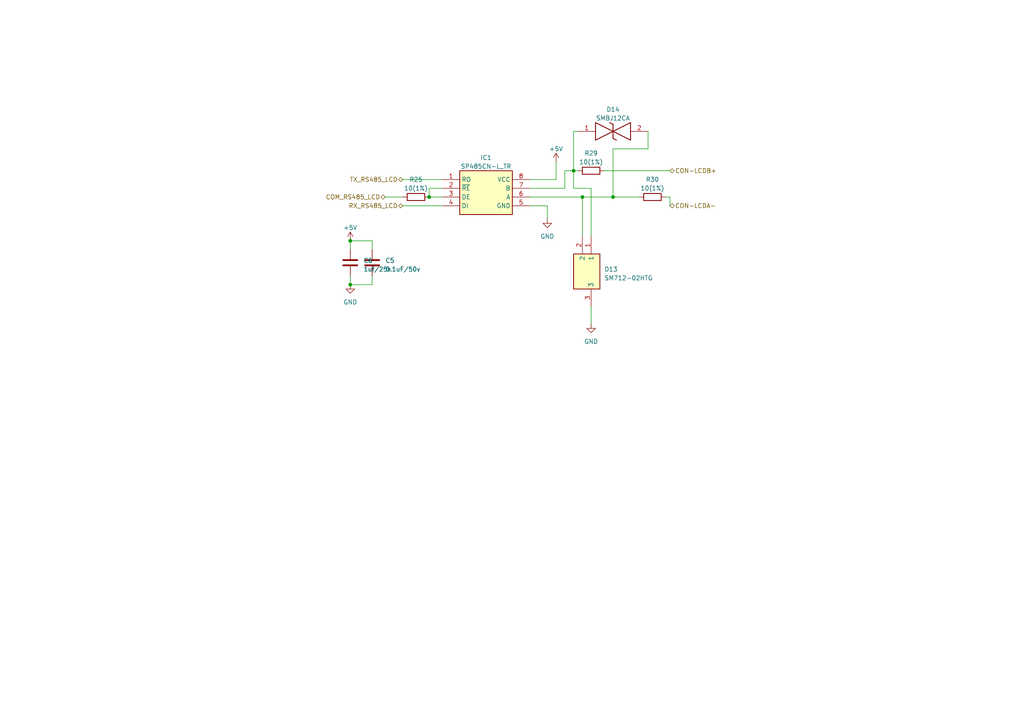
<source format=kicad_sch>
(kicad_sch (version 20230121) (generator eeschema)

  (uuid 1f94857d-5a91-45a8-900c-978a3cbd5239)

  (paper "A4")

  (lib_symbols
    (symbol "Device:C" (pin_numbers hide) (pin_names (offset 0.254)) (in_bom yes) (on_board yes)
      (property "Reference" "C" (at 0.635 2.54 0)
        (effects (font (size 1.27 1.27)) (justify left))
      )
      (property "Value" "C" (at 0.635 -2.54 0)
        (effects (font (size 1.27 1.27)) (justify left))
      )
      (property "Footprint" "" (at 0.9652 -3.81 0)
        (effects (font (size 1.27 1.27)) hide)
      )
      (property "Datasheet" "~" (at 0 0 0)
        (effects (font (size 1.27 1.27)) hide)
      )
      (property "ki_keywords" "cap capacitor" (at 0 0 0)
        (effects (font (size 1.27 1.27)) hide)
      )
      (property "ki_description" "Unpolarized capacitor" (at 0 0 0)
        (effects (font (size 1.27 1.27)) hide)
      )
      (property "ki_fp_filters" "C_*" (at 0 0 0)
        (effects (font (size 1.27 1.27)) hide)
      )
      (symbol "C_0_1"
        (polyline
          (pts
            (xy -2.032 -0.762)
            (xy 2.032 -0.762)
          )
          (stroke (width 0.508) (type default))
          (fill (type none))
        )
        (polyline
          (pts
            (xy -2.032 0.762)
            (xy 2.032 0.762)
          )
          (stroke (width 0.508) (type default))
          (fill (type none))
        )
      )
      (symbol "C_1_1"
        (pin passive line (at 0 3.81 270) (length 2.794)
          (name "~" (effects (font (size 1.27 1.27))))
          (number "1" (effects (font (size 1.27 1.27))))
        )
        (pin passive line (at 0 -3.81 90) (length 2.794)
          (name "~" (effects (font (size 1.27 1.27))))
          (number "2" (effects (font (size 1.27 1.27))))
        )
      )
    )
    (symbol "Device:R" (pin_numbers hide) (pin_names (offset 0)) (in_bom yes) (on_board yes)
      (property "Reference" "R" (at 2.032 0 90)
        (effects (font (size 1.27 1.27)))
      )
      (property "Value" "R" (at 0 0 90)
        (effects (font (size 1.27 1.27)))
      )
      (property "Footprint" "" (at -1.778 0 90)
        (effects (font (size 1.27 1.27)) hide)
      )
      (property "Datasheet" "~" (at 0 0 0)
        (effects (font (size 1.27 1.27)) hide)
      )
      (property "ki_keywords" "R res resistor" (at 0 0 0)
        (effects (font (size 1.27 1.27)) hide)
      )
      (property "ki_description" "Resistor" (at 0 0 0)
        (effects (font (size 1.27 1.27)) hide)
      )
      (property "ki_fp_filters" "R_*" (at 0 0 0)
        (effects (font (size 1.27 1.27)) hide)
      )
      (symbol "R_0_1"
        (rectangle (start -1.016 -2.54) (end 1.016 2.54)
          (stroke (width 0.254) (type default))
          (fill (type none))
        )
      )
      (symbol "R_1_1"
        (pin passive line (at 0 3.81 270) (length 1.27)
          (name "~" (effects (font (size 1.27 1.27))))
          (number "1" (effects (font (size 1.27 1.27))))
        )
        (pin passive line (at 0 -3.81 90) (length 1.27)
          (name "~" (effects (font (size 1.27 1.27))))
          (number "2" (effects (font (size 1.27 1.27))))
        )
      )
    )
    (symbol "SamacSys_Parts:SM712-02HTG" (in_bom yes) (on_board yes)
      (property "Reference" "D" (at 16.51 7.62 0)
        (effects (font (size 1.27 1.27)) (justify left top))
      )
      (property "Value" "SM712-02HTG" (at 16.51 5.08 0)
        (effects (font (size 1.27 1.27)) (justify left top))
      )
      (property "Footprint" "SM71202HTG" (at 16.51 -94.92 0)
        (effects (font (size 1.27 1.27)) (justify left top) hide)
      )
      (property "Datasheet" "https://www.littelfuse.com/media?resourcetype=datasheets&itemid=a4019802-ff62-41ff-bf66-295f97422f81&filename=littelfuse-tvs-diode-array-sm712-datasheet" (at 16.51 -194.92 0)
        (effects (font (size 1.27 1.27)) (justify left top) hide)
      )
      (property "Height" "1.12" (at 16.51 -394.92 0)
        (effects (font (size 1.27 1.27)) (justify left top) hide)
      )
      (property "Manufacturer_Name" "LITTELFUSE" (at 16.51 -494.92 0)
        (effects (font (size 1.27 1.27)) (justify left top) hide)
      )
      (property "Manufacturer_Part_Number" "SM712-02HTG" (at 16.51 -594.92 0)
        (effects (font (size 1.27 1.27)) (justify left top) hide)
      )
      (property "Mouser Part Number" "576-SM712-02HTG" (at 16.51 -694.92 0)
        (effects (font (size 1.27 1.27)) (justify left top) hide)
      )
      (property "Mouser Price/Stock" "https://www.mouser.co.uk/ProductDetail/Littelfuse/SM712-02HTG?qs=aGgfWYEhH7lQgBVBPCUDkw%3D%3D" (at 16.51 -794.92 0)
        (effects (font (size 1.27 1.27)) (justify left top) hide)
      )
      (property "Arrow Part Number" "SM712-02HTG" (at 16.51 -894.92 0)
        (effects (font (size 1.27 1.27)) (justify left top) hide)
      )
      (property "Arrow Price/Stock" "https://www.arrow.com/en/products/sm712-02htg/littelfuse?region=europe" (at 16.51 -994.92 0)
        (effects (font (size 1.27 1.27)) (justify left top) hide)
      )
      (property "ki_description" "31V, 19V Clamp 19A (8/20s) Ipp Tvs Diode Surface Mount SOT-23-3" (at 0 0 0)
        (effects (font (size 1.27 1.27)) hide)
      )
      (symbol "SM712-02HTG_1_1"
        (rectangle (start 5.08 2.54) (end 15.24 -5.08)
          (stroke (width 0.254) (type default))
          (fill (type background))
        )
        (pin passive line (at 0 0 0) (length 5.08)
          (name "1" (effects (font (size 1.27 1.27))))
          (number "1" (effects (font (size 1.27 1.27))))
        )
        (pin passive line (at 0 -2.54 0) (length 5.08)
          (name "2" (effects (font (size 1.27 1.27))))
          (number "2" (effects (font (size 1.27 1.27))))
        )
        (pin passive line (at 20.32 0 180) (length 5.08)
          (name "3" (effects (font (size 1.27 1.27))))
          (number "3" (effects (font (size 1.27 1.27))))
        )
      )
    )
    (symbol "SamacSys_Parts:SMBJ12CA" (pin_names hide) (in_bom yes) (on_board yes)
      (property "Reference" "D" (at 12.7 8.89 0)
        (effects (font (size 1.27 1.27)) (justify left bottom))
      )
      (property "Value" "SMBJ12CA" (at 12.7 6.35 0)
        (effects (font (size 1.27 1.27)) (justify left bottom))
      )
      (property "Footprint" "DIONM5436X245N" (at 12.7 -93.65 0)
        (effects (font (size 1.27 1.27)) (justify left bottom) hide)
      )
      (property "Datasheet" "https://componentsearchengine.com/Datasheets/2/SMBJ12CA.pdf" (at 12.7 -193.65 0)
        (effects (font (size 1.27 1.27)) (justify left bottom) hide)
      )
      (property "Height" "2.45" (at 12.7 -393.65 0)
        (effects (font (size 1.27 1.27)) (justify left bottom) hide)
      )
      (property "Manufacturer_Name" "Taiwan Semiconductor" (at 12.7 -493.65 0)
        (effects (font (size 1.27 1.27)) (justify left bottom) hide)
      )
      (property "Manufacturer_Part_Number" "SMBJ12CA" (at 12.7 -593.65 0)
        (effects (font (size 1.27 1.27)) (justify left bottom) hide)
      )
      (property "Mouser Part Number" "821-SMBJ12CA" (at 12.7 -693.65 0)
        (effects (font (size 1.27 1.27)) (justify left bottom) hide)
      )
      (property "Mouser Price/Stock" "https://www.mouser.co.uk/ProductDetail/Taiwan-Semiconductor/SMBJ12CA?qs=tHU%2FlV7kTyRAeZbjda26tQ%3D%3D" (at 12.7 -793.65 0)
        (effects (font (size 1.27 1.27)) (justify left bottom) hide)
      )
      (property "Arrow Part Number" "SMBJ12CA" (at 12.7 -893.65 0)
        (effects (font (size 1.27 1.27)) (justify left bottom) hide)
      )
      (property "Arrow Price/Stock" "https://www.arrow.com/en/products/smbj12ca/taiwan-semiconductor?region=nac" (at 12.7 -993.65 0)
        (effects (font (size 1.27 1.27)) (justify left bottom) hide)
      )
      (property "ki_description" "TAIWAN SEMICONDUCTOR - SMBJ12CA - DIODE, TVS, 12V, 600W, SMB" (at 0 0 0)
        (effects (font (size 1.27 1.27)) hide)
      )
      (symbol "SMBJ12CA_1_1"
        (polyline
          (pts
            (xy 5.08 2.54)
            (xy 5.08 -2.54)
          )
          (stroke (width 0.254) (type default))
          (fill (type none))
        )
        (polyline
          (pts
            (xy 5.08 2.54)
            (xy 10.16 0)
          )
          (stroke (width 0.254) (type default))
          (fill (type none))
        )
        (polyline
          (pts
            (xy 9.144 2.54)
            (xy 10.16 2.032)
          )
          (stroke (width 0.254) (type default))
          (fill (type none))
        )
        (polyline
          (pts
            (xy 10.16 -2.032)
            (xy 10.16 2.032)
          )
          (stroke (width 0.254) (type default))
          (fill (type none))
        )
        (polyline
          (pts
            (xy 10.16 -2.032)
            (xy 11.176 -2.54)
          )
          (stroke (width 0.254) (type default))
          (fill (type none))
        )
        (polyline
          (pts
            (xy 10.16 0)
            (xy 5.08 -2.54)
          )
          (stroke (width 0.254) (type default))
          (fill (type none))
        )
        (polyline
          (pts
            (xy 10.16 0)
            (xy 15.24 -2.54)
          )
          (stroke (width 0.254) (type default))
          (fill (type none))
        )
        (polyline
          (pts
            (xy 15.24 2.54)
            (xy 10.16 0)
          )
          (stroke (width 0.254) (type default))
          (fill (type none))
        )
        (polyline
          (pts
            (xy 15.24 2.54)
            (xy 15.24 -2.54)
          )
          (stroke (width 0.254) (type default))
          (fill (type none))
        )
        (pin passive line (at 0 0 0) (length 5.08)
          (name "1" (effects (font (size 1.27 1.27))))
          (number "1" (effects (font (size 1.27 1.27))))
        )
        (pin passive line (at 20.32 0 180) (length 5.08)
          (name "2" (effects (font (size 1.27 1.27))))
          (number "2" (effects (font (size 1.27 1.27))))
        )
      )
    )
    (symbol "SamacSys_Parts:SP485CN-L_TR" (in_bom yes) (on_board yes)
      (property "Reference" "IC" (at 21.59 7.62 0)
        (effects (font (size 1.27 1.27)) (justify left top))
      )
      (property "Value" "SP485CN-L_TR" (at 21.59 5.08 0)
        (effects (font (size 1.27 1.27)) (justify left top))
      )
      (property "Footprint" "SOIC127P600X175-8N" (at 21.59 -94.92 0)
        (effects (font (size 1.27 1.27)) (justify left top) hide)
      )
      (property "Datasheet" "https://componentsearchengine.com/Datasheets/1/SP485CN-L_TR.pdf" (at 21.59 -194.92 0)
        (effects (font (size 1.27 1.27)) (justify left top) hide)
      )
      (property "Height" "1.75" (at 21.59 -394.92 0)
        (effects (font (size 1.27 1.27)) (justify left top) hide)
      )
      (property "Manufacturer_Name" "MaxLinear, Inc." (at 21.59 -494.92 0)
        (effects (font (size 1.27 1.27)) (justify left top) hide)
      )
      (property "Manufacturer_Part_Number" "SP485CN-L/TR" (at 21.59 -594.92 0)
        (effects (font (size 1.27 1.27)) (justify left top) hide)
      )
      (property "Mouser Part Number" "701-SP485CN-L/TR" (at 21.59 -694.92 0)
        (effects (font (size 1.27 1.27)) (justify left top) hide)
      )
      (property "Mouser Price/Stock" "https://www.mouser.co.uk/ProductDetail/MaxLinear/SP485CN-L-TR?qs=3EMgrMjM0fbT8HM0V%2FKS%2FQ%3D%3D" (at 21.59 -794.92 0)
        (effects (font (size 1.27 1.27)) (justify left top) hide)
      )
      (property "Arrow Part Number" "SP485CN-L/TR" (at 21.59 -894.92 0)
        (effects (font (size 1.27 1.27)) (justify left top) hide)
      )
      (property "Arrow Price/Stock" "https://www.arrow.com/en/products/sp485cn-ltr/maxlinear-inc?region=nac" (at 21.59 -994.92 0)
        (effects (font (size 1.27 1.27)) (justify left top) hide)
      )
      (property "ki_description" "RS-485 Interface IC Low Pwr Half-Duplex RS-485" (at 0 0 0)
        (effects (font (size 1.27 1.27)) hide)
      )
      (symbol "SP485CN-L_TR_1_1"
        (rectangle (start 5.08 2.54) (end 20.32 -10.16)
          (stroke (width 0.254) (type default))
          (fill (type background))
        )
        (pin passive line (at 0 0 0) (length 5.08)
          (name "RO" (effects (font (size 1.27 1.27))))
          (number "1" (effects (font (size 1.27 1.27))))
        )
        (pin passive line (at 0 -2.54 0) (length 5.08)
          (name "~{RE}" (effects (font (size 1.27 1.27))))
          (number "2" (effects (font (size 1.27 1.27))))
        )
        (pin passive line (at 0 -5.08 0) (length 5.08)
          (name "DE" (effects (font (size 1.27 1.27))))
          (number "3" (effects (font (size 1.27 1.27))))
        )
        (pin passive line (at 0 -7.62 0) (length 5.08)
          (name "DI" (effects (font (size 1.27 1.27))))
          (number "4" (effects (font (size 1.27 1.27))))
        )
        (pin passive line (at 25.4 -7.62 180) (length 5.08)
          (name "GND" (effects (font (size 1.27 1.27))))
          (number "5" (effects (font (size 1.27 1.27))))
        )
        (pin passive line (at 25.4 -5.08 180) (length 5.08)
          (name "A" (effects (font (size 1.27 1.27))))
          (number "6" (effects (font (size 1.27 1.27))))
        )
        (pin passive line (at 25.4 -2.54 180) (length 5.08)
          (name "B" (effects (font (size 1.27 1.27))))
          (number "7" (effects (font (size 1.27 1.27))))
        )
        (pin passive line (at 25.4 0 180) (length 5.08)
          (name "VCC" (effects (font (size 1.27 1.27))))
          (number "8" (effects (font (size 1.27 1.27))))
        )
      )
    )
    (symbol "power:+5V" (power) (pin_names (offset 0)) (in_bom yes) (on_board yes)
      (property "Reference" "#PWR" (at 0 -3.81 0)
        (effects (font (size 1.27 1.27)) hide)
      )
      (property "Value" "+5V" (at 0 3.556 0)
        (effects (font (size 1.27 1.27)))
      )
      (property "Footprint" "" (at 0 0 0)
        (effects (font (size 1.27 1.27)) hide)
      )
      (property "Datasheet" "" (at 0 0 0)
        (effects (font (size 1.27 1.27)) hide)
      )
      (property "ki_keywords" "global power" (at 0 0 0)
        (effects (font (size 1.27 1.27)) hide)
      )
      (property "ki_description" "Power symbol creates a global label with name \"+5V\"" (at 0 0 0)
        (effects (font (size 1.27 1.27)) hide)
      )
      (symbol "+5V_0_1"
        (polyline
          (pts
            (xy -0.762 1.27)
            (xy 0 2.54)
          )
          (stroke (width 0) (type default))
          (fill (type none))
        )
        (polyline
          (pts
            (xy 0 0)
            (xy 0 2.54)
          )
          (stroke (width 0) (type default))
          (fill (type none))
        )
        (polyline
          (pts
            (xy 0 2.54)
            (xy 0.762 1.27)
          )
          (stroke (width 0) (type default))
          (fill (type none))
        )
      )
      (symbol "+5V_1_1"
        (pin power_in line (at 0 0 90) (length 0) hide
          (name "+5V" (effects (font (size 1.27 1.27))))
          (number "1" (effects (font (size 1.27 1.27))))
        )
      )
    )
    (symbol "power:GND" (power) (pin_names (offset 0)) (in_bom yes) (on_board yes)
      (property "Reference" "#PWR" (at 0 -6.35 0)
        (effects (font (size 1.27 1.27)) hide)
      )
      (property "Value" "GND" (at 0 -3.81 0)
        (effects (font (size 1.27 1.27)))
      )
      (property "Footprint" "" (at 0 0 0)
        (effects (font (size 1.27 1.27)) hide)
      )
      (property "Datasheet" "" (at 0 0 0)
        (effects (font (size 1.27 1.27)) hide)
      )
      (property "ki_keywords" "global power" (at 0 0 0)
        (effects (font (size 1.27 1.27)) hide)
      )
      (property "ki_description" "Power symbol creates a global label with name \"GND\" , ground" (at 0 0 0)
        (effects (font (size 1.27 1.27)) hide)
      )
      (symbol "GND_0_1"
        (polyline
          (pts
            (xy 0 0)
            (xy 0 -1.27)
            (xy 1.27 -1.27)
            (xy 0 -2.54)
            (xy -1.27 -1.27)
            (xy 0 -1.27)
          )
          (stroke (width 0) (type default))
          (fill (type none))
        )
      )
      (symbol "GND_1_1"
        (pin power_in line (at 0 0 270) (length 0) hide
          (name "GND" (effects (font (size 1.27 1.27))))
          (number "1" (effects (font (size 1.27 1.27))))
        )
      )
    )
  )

  (junction (at 101.6 69.85) (diameter 0) (color 0 0 0 0)
    (uuid 0be72fe9-0ad2-4b1c-aa24-767039d88ba0)
  )
  (junction (at 166.37 49.53) (diameter 0) (color 0 0 0 0)
    (uuid 399a3947-b6fd-4d91-923a-feaf1d57950c)
  )
  (junction (at 177.8 57.15) (diameter 0) (color 0 0 0 0)
    (uuid 411c4d7a-59d8-4f6a-9346-4b134615ec53)
  )
  (junction (at 101.6 82.55) (diameter 0) (color 0 0 0 0)
    (uuid 51b53141-3038-4a90-a3de-0b01cb50c8bc)
  )
  (junction (at 168.91 57.15) (diameter 0) (color 0 0 0 0)
    (uuid 89657901-2772-4477-868c-ced70e51655e)
  )
  (junction (at 124.46 57.15) (diameter 0) (color 0 0 0 0)
    (uuid f890b426-0d8c-4fee-9a69-8919690be0dd)
  )

  (wire (pts (xy 171.45 54.61) (xy 166.37 54.61))
    (stroke (width 0) (type default))
    (uuid 02591cc9-887f-45f0-945a-2731e75a1057)
  )
  (wire (pts (xy 153.67 57.15) (xy 168.91 57.15))
    (stroke (width 0) (type default))
    (uuid 0dc46d5f-92b0-4c25-aaf2-ea50ccf7e720)
  )
  (wire (pts (xy 116.84 52.07) (xy 128.27 52.07))
    (stroke (width 0) (type default))
    (uuid 0ec95a1b-6b74-4b03-9d08-5a41e80cc5b4)
  )
  (wire (pts (xy 107.95 72.39) (xy 107.95 69.85))
    (stroke (width 0) (type default))
    (uuid 18052c81-9c13-4951-990f-253bd8eadd66)
  )
  (wire (pts (xy 187.96 43.18) (xy 177.8 43.18))
    (stroke (width 0) (type default))
    (uuid 199a538e-fbd5-4092-b0f3-addb44da414b)
  )
  (wire (pts (xy 168.91 57.15) (xy 168.91 68.58))
    (stroke (width 0) (type default))
    (uuid 23bd09da-bfe7-4dac-908d-d16f8afb5329)
  )
  (wire (pts (xy 193.04 57.15) (xy 194.31 57.15))
    (stroke (width 0) (type default))
    (uuid 2874b63a-3411-41f3-bdf4-6e05d5bb3573)
  )
  (wire (pts (xy 166.37 54.61) (xy 166.37 49.53))
    (stroke (width 0) (type default))
    (uuid 38ebd252-175f-4149-b198-a9fab00cafa1)
  )
  (wire (pts (xy 171.45 68.58) (xy 171.45 54.61))
    (stroke (width 0) (type default))
    (uuid 3e7faea1-a4fe-4884-9d95-529f288f1a53)
  )
  (wire (pts (xy 101.6 69.85) (xy 101.6 72.39))
    (stroke (width 0) (type default))
    (uuid 401f2ee8-2141-4c43-9d7f-3c889be012d1)
  )
  (wire (pts (xy 163.83 49.53) (xy 163.83 54.61))
    (stroke (width 0) (type default))
    (uuid 46c116b9-1ff8-42db-b86b-f21f7bf45124)
  )
  (wire (pts (xy 194.31 57.15) (xy 194.31 59.69))
    (stroke (width 0) (type default))
    (uuid 4c1e7153-1b8c-4843-9523-9022fc4c8529)
  )
  (wire (pts (xy 107.95 69.85) (xy 101.6 69.85))
    (stroke (width 0) (type default))
    (uuid 59ec1b91-2999-4986-89f9-f32bc9d0b164)
  )
  (wire (pts (xy 163.83 54.61) (xy 153.67 54.61))
    (stroke (width 0) (type default))
    (uuid 5a94fbc6-afdf-4821-921d-4a1529cf2a9a)
  )
  (wire (pts (xy 171.45 88.9) (xy 171.45 93.98))
    (stroke (width 0) (type default))
    (uuid 6c15923e-b52b-42c0-919b-3705c996a9ee)
  )
  (wire (pts (xy 107.95 80.01) (xy 107.95 82.55))
    (stroke (width 0) (type default))
    (uuid 737c3b99-75fd-42bd-8757-f5ecb9d60a7b)
  )
  (wire (pts (xy 168.91 57.15) (xy 177.8 57.15))
    (stroke (width 0) (type default))
    (uuid 86709562-c53d-46b2-a04a-b56b746cc597)
  )
  (wire (pts (xy 116.84 59.69) (xy 128.27 59.69))
    (stroke (width 0) (type default))
    (uuid 967b0cdc-e56e-4964-adc3-25f941ef6cf5)
  )
  (wire (pts (xy 153.67 52.07) (xy 161.29 52.07))
    (stroke (width 0) (type default))
    (uuid 9a30d135-f7cc-4620-a25e-bc47a0754200)
  )
  (wire (pts (xy 177.8 57.15) (xy 185.42 57.15))
    (stroke (width 0) (type default))
    (uuid 9ec386f1-ae01-4625-9bac-772ae6408042)
  )
  (wire (pts (xy 158.75 59.69) (xy 153.67 59.69))
    (stroke (width 0) (type default))
    (uuid a4d4971d-d4e7-4255-9367-f530fa756262)
  )
  (wire (pts (xy 124.46 57.15) (xy 128.27 57.15))
    (stroke (width 0) (type default))
    (uuid ae0517b0-7e6d-4d57-8803-953d431bc27a)
  )
  (wire (pts (xy 101.6 80.01) (xy 101.6 82.55))
    (stroke (width 0) (type default))
    (uuid b52d868f-6a38-439b-92cf-6a5e838143ad)
  )
  (wire (pts (xy 177.8 43.18) (xy 177.8 57.15))
    (stroke (width 0) (type default))
    (uuid b7d56cfc-729f-49d6-af27-98a82c8a9b45)
  )
  (wire (pts (xy 166.37 38.1) (xy 166.37 49.53))
    (stroke (width 0) (type default))
    (uuid bccdcdd1-9d7d-4608-9edc-133c8d50a5b0)
  )
  (wire (pts (xy 163.83 49.53) (xy 166.37 49.53))
    (stroke (width 0) (type default))
    (uuid cf93d595-bb6e-4d4b-ae7e-45cb7e3fe3ea)
  )
  (wire (pts (xy 111.76 57.15) (xy 116.84 57.15))
    (stroke (width 0) (type default))
    (uuid d56fd3f5-50d3-4b8c-a535-c0ace828c6df)
  )
  (wire (pts (xy 187.96 38.1) (xy 187.96 43.18))
    (stroke (width 0) (type default))
    (uuid dd4b1970-8ded-4c22-a020-36fb4b58e08f)
  )
  (wire (pts (xy 166.37 49.53) (xy 167.64 49.53))
    (stroke (width 0) (type default))
    (uuid dedb7f12-2889-4d3f-bb75-2d7e984503bc)
  )
  (wire (pts (xy 161.29 52.07) (xy 161.29 46.99))
    (stroke (width 0) (type default))
    (uuid e9a7a925-d2a7-4db6-a90a-cf87b97a9597)
  )
  (wire (pts (xy 124.46 57.15) (xy 124.46 54.61))
    (stroke (width 0) (type default))
    (uuid ea256164-b9cd-469d-949d-379f56e83f8c)
  )
  (wire (pts (xy 124.46 54.61) (xy 128.27 54.61))
    (stroke (width 0) (type default))
    (uuid ea3fcf8e-b92b-4947-a42e-159f8b614be0)
  )
  (wire (pts (xy 158.75 63.5) (xy 158.75 59.69))
    (stroke (width 0) (type default))
    (uuid ef7663ca-1af9-4a80-857f-777bb7def395)
  )
  (wire (pts (xy 194.31 49.53) (xy 175.26 49.53))
    (stroke (width 0) (type default))
    (uuid f0b4791c-efaf-4516-9b12-a87dcf52ca3e)
  )
  (wire (pts (xy 167.64 38.1) (xy 166.37 38.1))
    (stroke (width 0) (type default))
    (uuid f79e7ccc-5eac-4e5f-af8a-4c389cdec5f8)
  )
  (wire (pts (xy 107.95 82.55) (xy 101.6 82.55))
    (stroke (width 0) (type default))
    (uuid fea2ceb6-2cfe-488f-95e7-489e2150f98d)
  )

  (hierarchical_label "CON-LCDB+" (shape bidirectional) (at 194.31 49.53 0) (fields_autoplaced)
    (effects (font (size 1.27 1.27)) (justify left))
    (uuid 0b432f99-4e9b-4468-958f-97e792a1df95)
  )
  (hierarchical_label "CON-LCDA-" (shape bidirectional) (at 194.31 59.69 0) (fields_autoplaced)
    (effects (font (size 1.27 1.27)) (justify left))
    (uuid 29b34a02-7e89-4231-b9fb-7eec79d1ac63)
  )
  (hierarchical_label "TX_RS485_LCD" (shape bidirectional) (at 116.84 52.07 180) (fields_autoplaced)
    (effects (font (size 1.27 1.27)) (justify right))
    (uuid 818356fa-28bc-44c6-9beb-a21609071ca1)
  )
  (hierarchical_label "COM_RS485_LCD" (shape bidirectional) (at 111.76 57.15 180) (fields_autoplaced)
    (effects (font (size 1.27 1.27)) (justify right))
    (uuid 97fb9d79-6c31-4078-b850-b91d5995d454)
  )
  (hierarchical_label "RX_RS485_LCD" (shape bidirectional) (at 116.84 59.69 180) (fields_autoplaced)
    (effects (font (size 1.27 1.27)) (justify right))
    (uuid d2288b01-8871-4147-8949-27d38b224e9e)
  )

  (symbol (lib_id "Device:C") (at 101.6 76.2 0) (unit 1)
    (in_bom yes) (on_board yes) (dnp no) (fields_autoplaced)
    (uuid 021b7952-d80a-4fef-9fa0-886a0f2af0bf)
    (property "Reference" "C6" (at 105.41 75.565 0)
      (effects (font (size 1.27 1.27)) (justify left))
    )
    (property "Value" "1uf/25v" (at 105.41 78.105 0)
      (effects (font (size 1.27 1.27)) (justify left))
    )
    (property "Footprint" "Capacitor_SMD:C_0805_2012Metric_Pad1.18x1.45mm_HandSolder" (at 102.5652 80.01 0)
      (effects (font (size 1.27 1.27)) hide)
    )
    (property "Datasheet" "~" (at 101.6 76.2 0)
      (effects (font (size 1.27 1.27)) hide)
    )
    (pin "1" (uuid 20023b52-7867-411f-b27f-c41c05f16102))
    (pin "2" (uuid bf22ea5c-49ab-4729-8d3e-f921708694ac))
    (instances
      (project "Roomlink"
        (path "/89fa4562-b33b-473b-85be-61cc5cfa855c/7b8793d2-a0eb-4dc9-926a-a0df6f98fe56/60774a0b-61ca-4afe-8aa8-def481d4642b"
          (reference "C6") (unit 1)
        )
      )
    )
  )

  (symbol (lib_id "Device:C") (at 107.95 76.2 0) (unit 1)
    (in_bom yes) (on_board yes) (dnp no) (fields_autoplaced)
    (uuid 13598bf0-d561-4bc9-a003-a37211fd16b4)
    (property "Reference" "C5" (at 111.76 75.565 0)
      (effects (font (size 1.27 1.27)) (justify left))
    )
    (property "Value" "0.1uF/50v" (at 111.76 78.105 0)
      (effects (font (size 1.27 1.27)) (justify left))
    )
    (property "Footprint" "Capacitor_SMD:C_0805_2012Metric_Pad1.18x1.45mm_HandSolder" (at 108.9152 80.01 0)
      (effects (font (size 1.27 1.27)) hide)
    )
    (property "Datasheet" "~" (at 107.95 76.2 0)
      (effects (font (size 1.27 1.27)) hide)
    )
    (pin "1" (uuid 941d42bd-4fd4-4b8b-9e7b-8a827ef4e53d))
    (pin "2" (uuid f81cd21b-588b-47e6-9b68-80ca76d99e7a))
    (instances
      (project "Roomlink"
        (path "/89fa4562-b33b-473b-85be-61cc5cfa855c/7b8793d2-a0eb-4dc9-926a-a0df6f98fe56/60774a0b-61ca-4afe-8aa8-def481d4642b"
          (reference "C5") (unit 1)
        )
      )
    )
  )

  (symbol (lib_id "SamacSys_Parts:SP485CN-L_TR") (at 128.27 52.07 0) (unit 1)
    (in_bom yes) (on_board yes) (dnp no) (fields_autoplaced)
    (uuid 1fd99eb2-c768-4f43-bd13-dcda1167cd32)
    (property "Reference" "IC1" (at 140.97 45.72 0)
      (effects (font (size 1.27 1.27)))
    )
    (property "Value" "SP485CN-L_TR" (at 140.97 48.26 0)
      (effects (font (size 1.27 1.27)))
    )
    (property "Footprint" "SamacSys_Parts:SOIC127P600X175-8N" (at 149.86 146.99 0)
      (effects (font (size 1.27 1.27)) (justify left top) hide)
    )
    (property "Datasheet" "https://componentsearchengine.com/Datasheets/1/SP485CN-L_TR.pdf" (at 149.86 246.99 0)
      (effects (font (size 1.27 1.27)) (justify left top) hide)
    )
    (property "Height" "1.75" (at 149.86 446.99 0)
      (effects (font (size 1.27 1.27)) (justify left top) hide)
    )
    (property "Manufacturer_Name" "MaxLinear, Inc." (at 149.86 546.99 0)
      (effects (font (size 1.27 1.27)) (justify left top) hide)
    )
    (property "Manufacturer_Part_Number" "SP485CN-L/TR" (at 149.86 646.99 0)
      (effects (font (size 1.27 1.27)) (justify left top) hide)
    )
    (property "Mouser Part Number" "701-SP485CN-L/TR" (at 149.86 746.99 0)
      (effects (font (size 1.27 1.27)) (justify left top) hide)
    )
    (property "Mouser Price/Stock" "https://www.mouser.co.uk/ProductDetail/MaxLinear/SP485CN-L-TR?qs=3EMgrMjM0fbT8HM0V%2FKS%2FQ%3D%3D" (at 149.86 846.99 0)
      (effects (font (size 1.27 1.27)) (justify left top) hide)
    )
    (property "Arrow Part Number" "SP485CN-L/TR" (at 149.86 946.99 0)
      (effects (font (size 1.27 1.27)) (justify left top) hide)
    )
    (property "Arrow Price/Stock" "https://www.arrow.com/en/products/sp485cn-ltr/maxlinear-inc?region=nac" (at 149.86 1046.99 0)
      (effects (font (size 1.27 1.27)) (justify left top) hide)
    )
    (pin "1" (uuid f1dc325a-73d0-4d77-bf51-470e2b9f272c))
    (pin "2" (uuid 4ce76b4e-0974-4c98-ba02-524010018282))
    (pin "3" (uuid d414ffb1-83a9-4c83-89b0-72261506724a))
    (pin "4" (uuid d1df01f2-73a8-4272-86bf-0fb3e111dcb4))
    (pin "5" (uuid e93778f2-e8bd-4e61-b813-f05b5c85705e))
    (pin "6" (uuid e4364afc-74ce-4249-8499-a234901831ad))
    (pin "7" (uuid fd0f13b6-65be-4a8f-b99d-3facb784faef))
    (pin "8" (uuid ae660957-3bdd-43e6-9db9-e720450521b5))
    (instances
      (project "Roomlink"
        (path "/89fa4562-b33b-473b-85be-61cc5cfa855c/7b8793d2-a0eb-4dc9-926a-a0df6f98fe56/60774a0b-61ca-4afe-8aa8-def481d4642b"
          (reference "IC1") (unit 1)
        )
      )
    )
  )

  (symbol (lib_id "Device:R") (at 120.65 57.15 90) (unit 1)
    (in_bom yes) (on_board yes) (dnp no) (fields_autoplaced)
    (uuid 2802f461-f03d-4bbf-ba25-0ead19ab3e1a)
    (property "Reference" "R25" (at 120.65 52.07 90)
      (effects (font (size 1.27 1.27)))
    )
    (property "Value" "10(1%)" (at 120.65 54.61 90)
      (effects (font (size 1.27 1.27)))
    )
    (property "Footprint" "Resistor_SMD:R_0805_2012Metric_Pad1.20x1.40mm_HandSolder" (at 120.65 58.928 90)
      (effects (font (size 1.27 1.27)) hide)
    )
    (property "Datasheet" "~" (at 120.65 57.15 0)
      (effects (font (size 1.27 1.27)) hide)
    )
    (pin "1" (uuid 60d6983c-035e-4238-82f6-0d3cf182a0c6))
    (pin "2" (uuid 36a7ee7a-17e2-4eac-9a90-ee734ff86ed2))
    (instances
      (project "Roomlink"
        (path "/89fa4562-b33b-473b-85be-61cc5cfa855c/7b8793d2-a0eb-4dc9-926a-a0df6f98fe56/60774a0b-61ca-4afe-8aa8-def481d4642b"
          (reference "R25") (unit 1)
        )
      )
    )
  )

  (symbol (lib_id "SamacSys_Parts:SMBJ12CA") (at 167.64 38.1 0) (unit 1)
    (in_bom yes) (on_board yes) (dnp no) (fields_autoplaced)
    (uuid 2879f122-5e24-4c1d-afdd-eaddf24def35)
    (property "Reference" "D14" (at 177.8 31.75 0)
      (effects (font (size 1.27 1.27)))
    )
    (property "Value" "SMBJ12CA" (at 177.8 34.29 0)
      (effects (font (size 1.27 1.27)))
    )
    (property "Footprint" "SamacSys_Parts:DIONM5436X245N" (at 180.34 131.75 0)
      (effects (font (size 1.27 1.27)) (justify left bottom) hide)
    )
    (property "Datasheet" "https://componentsearchengine.com/Datasheets/2/SMBJ12CA.pdf" (at 180.34 231.75 0)
      (effects (font (size 1.27 1.27)) (justify left bottom) hide)
    )
    (property "Height" "2.45" (at 180.34 431.75 0)
      (effects (font (size 1.27 1.27)) (justify left bottom) hide)
    )
    (property "Manufacturer_Name" "Taiwan Semiconductor" (at 180.34 531.75 0)
      (effects (font (size 1.27 1.27)) (justify left bottom) hide)
    )
    (property "Manufacturer_Part_Number" "SMBJ12CA" (at 180.34 631.75 0)
      (effects (font (size 1.27 1.27)) (justify left bottom) hide)
    )
    (property "Mouser Part Number" "821-SMBJ12CA" (at 180.34 731.75 0)
      (effects (font (size 1.27 1.27)) (justify left bottom) hide)
    )
    (property "Mouser Price/Stock" "https://www.mouser.co.uk/ProductDetail/Taiwan-Semiconductor/SMBJ12CA?qs=tHU%2FlV7kTyRAeZbjda26tQ%3D%3D" (at 180.34 831.75 0)
      (effects (font (size 1.27 1.27)) (justify left bottom) hide)
    )
    (property "Arrow Part Number" "SMBJ12CA" (at 180.34 931.75 0)
      (effects (font (size 1.27 1.27)) (justify left bottom) hide)
    )
    (property "Arrow Price/Stock" "https://www.arrow.com/en/products/smbj12ca/taiwan-semiconductor?region=nac" (at 180.34 1031.75 0)
      (effects (font (size 1.27 1.27)) (justify left bottom) hide)
    )
    (pin "1" (uuid 238842da-cdf4-4d52-9257-f984d0bf4e32))
    (pin "2" (uuid c259cdf1-77a8-49bc-becd-e2f334cb8506))
    (instances
      (project "Roomlink"
        (path "/89fa4562-b33b-473b-85be-61cc5cfa855c/7b8793d2-a0eb-4dc9-926a-a0df6f98fe56/60774a0b-61ca-4afe-8aa8-def481d4642b"
          (reference "D14") (unit 1)
        )
      )
    )
  )

  (symbol (lib_id "Device:R") (at 171.45 49.53 90) (unit 1)
    (in_bom yes) (on_board yes) (dnp no) (fields_autoplaced)
    (uuid 31fff812-8ae2-4f6e-a29f-d95049167632)
    (property "Reference" "R29" (at 171.45 44.45 90)
      (effects (font (size 1.27 1.27)))
    )
    (property "Value" "10(1%)" (at 171.45 46.99 90)
      (effects (font (size 1.27 1.27)))
    )
    (property "Footprint" "Resistor_SMD:R_0805_2012Metric_Pad1.20x1.40mm_HandSolder" (at 171.45 51.308 90)
      (effects (font (size 1.27 1.27)) hide)
    )
    (property "Datasheet" "~" (at 171.45 49.53 0)
      (effects (font (size 1.27 1.27)) hide)
    )
    (pin "1" (uuid ac0aa33f-2506-40e4-bd45-42f4ffdca1c7))
    (pin "2" (uuid c8a50cc9-f51e-4238-a9b4-efc4085e9ead))
    (instances
      (project "Roomlink"
        (path "/89fa4562-b33b-473b-85be-61cc5cfa855c/7b8793d2-a0eb-4dc9-926a-a0df6f98fe56/60774a0b-61ca-4afe-8aa8-def481d4642b"
          (reference "R29") (unit 1)
        )
      )
    )
  )

  (symbol (lib_id "SamacSys_Parts:SM712-02HTG") (at 171.45 68.58 270) (unit 1)
    (in_bom yes) (on_board yes) (dnp no) (fields_autoplaced)
    (uuid 4770bfe0-a18e-48f6-8293-3afbb1abfd2b)
    (property "Reference" "D13" (at 175.26 78.105 90)
      (effects (font (size 1.27 1.27)) (justify left))
    )
    (property "Value" "SM712-02HTG" (at 175.26 80.645 90)
      (effects (font (size 1.27 1.27)) (justify left))
    )
    (property "Footprint" "SamacSys_Parts:SM71202HTG" (at 76.53 85.09 0)
      (effects (font (size 1.27 1.27)) (justify left top) hide)
    )
    (property "Datasheet" "https://www.littelfuse.com/media?resourcetype=datasheets&itemid=a4019802-ff62-41ff-bf66-295f97422f81&filename=littelfuse-tvs-diode-array-sm712-datasheet" (at -23.47 85.09 0)
      (effects (font (size 1.27 1.27)) (justify left top) hide)
    )
    (property "Height" "1.12" (at -223.47 85.09 0)
      (effects (font (size 1.27 1.27)) (justify left top) hide)
    )
    (property "Manufacturer_Name" "LITTELFUSE" (at -323.47 85.09 0)
      (effects (font (size 1.27 1.27)) (justify left top) hide)
    )
    (property "Manufacturer_Part_Number" "SM712-02HTG" (at -423.47 85.09 0)
      (effects (font (size 1.27 1.27)) (justify left top) hide)
    )
    (property "Mouser Part Number" "576-SM712-02HTG" (at -523.47 85.09 0)
      (effects (font (size 1.27 1.27)) (justify left top) hide)
    )
    (property "Mouser Price/Stock" "https://www.mouser.co.uk/ProductDetail/Littelfuse/SM712-02HTG?qs=aGgfWYEhH7lQgBVBPCUDkw%3D%3D" (at -623.47 85.09 0)
      (effects (font (size 1.27 1.27)) (justify left top) hide)
    )
    (property "Arrow Part Number" "SM712-02HTG" (at -723.47 85.09 0)
      (effects (font (size 1.27 1.27)) (justify left top) hide)
    )
    (property "Arrow Price/Stock" "https://www.arrow.com/en/products/sm712-02htg/littelfuse?region=europe" (at -823.47 85.09 0)
      (effects (font (size 1.27 1.27)) (justify left top) hide)
    )
    (pin "1" (uuid a7bb6550-cb0f-416b-b1c7-7b0f3681a03e))
    (pin "2" (uuid 24a9cfa4-b785-426e-84e5-8ef8691c4333))
    (pin "3" (uuid 15b36983-a796-453e-9f7d-36a65b5b99a5))
    (instances
      (project "Roomlink"
        (path "/89fa4562-b33b-473b-85be-61cc5cfa855c/7b8793d2-a0eb-4dc9-926a-a0df6f98fe56/60774a0b-61ca-4afe-8aa8-def481d4642b"
          (reference "D13") (unit 1)
        )
      )
    )
  )

  (symbol (lib_id "power:GND") (at 101.6 82.55 0) (unit 1)
    (in_bom yes) (on_board yes) (dnp no) (fields_autoplaced)
    (uuid 49757f0c-7586-45fc-ac9d-b74f6cfe7015)
    (property "Reference" "#PWR026" (at 101.6 88.9 0)
      (effects (font (size 1.27 1.27)) hide)
    )
    (property "Value" "GND" (at 101.6 87.63 0)
      (effects (font (size 1.27 1.27)))
    )
    (property "Footprint" "" (at 101.6 82.55 0)
      (effects (font (size 1.27 1.27)) hide)
    )
    (property "Datasheet" "" (at 101.6 82.55 0)
      (effects (font (size 1.27 1.27)) hide)
    )
    (pin "1" (uuid af374da2-984f-4125-86f1-1556d7299340))
    (instances
      (project "Roomlink"
        (path "/89fa4562-b33b-473b-85be-61cc5cfa855c/7b8793d2-a0eb-4dc9-926a-a0df6f98fe56/60774a0b-61ca-4afe-8aa8-def481d4642b"
          (reference "#PWR026") (unit 1)
        )
      )
    )
  )

  (symbol (lib_id "power:GND") (at 158.75 63.5 0) (unit 1)
    (in_bom yes) (on_board yes) (dnp no) (fields_autoplaced)
    (uuid 4c2a2774-ea2f-4394-9c3f-e1b892134cbe)
    (property "Reference" "#PWR023" (at 158.75 69.85 0)
      (effects (font (size 1.27 1.27)) hide)
    )
    (property "Value" "GND" (at 158.75 68.58 0)
      (effects (font (size 1.27 1.27)))
    )
    (property "Footprint" "" (at 158.75 63.5 0)
      (effects (font (size 1.27 1.27)) hide)
    )
    (property "Datasheet" "" (at 158.75 63.5 0)
      (effects (font (size 1.27 1.27)) hide)
    )
    (pin "1" (uuid ab309f5a-b010-45cc-a9e5-74b97b456dc8))
    (instances
      (project "Roomlink"
        (path "/89fa4562-b33b-473b-85be-61cc5cfa855c/7b8793d2-a0eb-4dc9-926a-a0df6f98fe56/60774a0b-61ca-4afe-8aa8-def481d4642b"
          (reference "#PWR023") (unit 1)
        )
      )
    )
  )

  (symbol (lib_id "power:+5V") (at 101.6 69.85 0) (unit 1)
    (in_bom yes) (on_board yes) (dnp no) (fields_autoplaced)
    (uuid 4ee779ed-0f40-4968-8059-9b6f6cbf4983)
    (property "Reference" "#PWR025" (at 101.6 73.66 0)
      (effects (font (size 1.27 1.27)) hide)
    )
    (property "Value" "+5V" (at 101.6 66.04 0)
      (effects (font (size 1.27 1.27)))
    )
    (property "Footprint" "" (at 101.6 69.85 0)
      (effects (font (size 1.27 1.27)) hide)
    )
    (property "Datasheet" "" (at 101.6 69.85 0)
      (effects (font (size 1.27 1.27)) hide)
    )
    (pin "1" (uuid 828a0ff6-7f69-4dfd-8e06-4505c5769dfb))
    (instances
      (project "Roomlink"
        (path "/89fa4562-b33b-473b-85be-61cc5cfa855c/7b8793d2-a0eb-4dc9-926a-a0df6f98fe56/60774a0b-61ca-4afe-8aa8-def481d4642b"
          (reference "#PWR025") (unit 1)
        )
      )
    )
  )

  (symbol (lib_id "power:+5V") (at 161.29 46.99 0) (unit 1)
    (in_bom yes) (on_board yes) (dnp no) (fields_autoplaced)
    (uuid b93de0fc-acf7-4d8d-be3f-ddcb3d0eb359)
    (property "Reference" "#PWR024" (at 161.29 50.8 0)
      (effects (font (size 1.27 1.27)) hide)
    )
    (property "Value" "+5V" (at 161.29 43.18 0)
      (effects (font (size 1.27 1.27)))
    )
    (property "Footprint" "" (at 161.29 46.99 0)
      (effects (font (size 1.27 1.27)) hide)
    )
    (property "Datasheet" "" (at 161.29 46.99 0)
      (effects (font (size 1.27 1.27)) hide)
    )
    (pin "1" (uuid f50cd02f-428a-486d-afd7-7ebfbf8ed641))
    (instances
      (project "Roomlink"
        (path "/89fa4562-b33b-473b-85be-61cc5cfa855c/7b8793d2-a0eb-4dc9-926a-a0df6f98fe56/60774a0b-61ca-4afe-8aa8-def481d4642b"
          (reference "#PWR024") (unit 1)
        )
      )
    )
  )

  (symbol (lib_id "Device:R") (at 189.23 57.15 90) (unit 1)
    (in_bom yes) (on_board yes) (dnp no) (fields_autoplaced)
    (uuid fdbc2392-4ade-44b2-9824-e2397984eab0)
    (property "Reference" "R30" (at 189.23 52.07 90)
      (effects (font (size 1.27 1.27)))
    )
    (property "Value" "10(1%)" (at 189.23 54.61 90)
      (effects (font (size 1.27 1.27)))
    )
    (property "Footprint" "Resistor_SMD:R_0805_2012Metric_Pad1.20x1.40mm_HandSolder" (at 189.23 58.928 90)
      (effects (font (size 1.27 1.27)) hide)
    )
    (property "Datasheet" "~" (at 189.23 57.15 0)
      (effects (font (size 1.27 1.27)) hide)
    )
    (pin "1" (uuid bb9179dd-70da-4f69-a091-cab675e85d31))
    (pin "2" (uuid 4928bd05-f204-41a1-96b5-0e08b4e1222f))
    (instances
      (project "Roomlink"
        (path "/89fa4562-b33b-473b-85be-61cc5cfa855c/7b8793d2-a0eb-4dc9-926a-a0df6f98fe56/60774a0b-61ca-4afe-8aa8-def481d4642b"
          (reference "R30") (unit 1)
        )
      )
    )
  )

  (symbol (lib_id "power:GND") (at 171.45 93.98 0) (unit 1)
    (in_bom yes) (on_board yes) (dnp no) (fields_autoplaced)
    (uuid fe043eec-753f-4ba5-a396-f4f58425a778)
    (property "Reference" "#PWR027" (at 171.45 100.33 0)
      (effects (font (size 1.27 1.27)) hide)
    )
    (property "Value" "GND" (at 171.45 99.06 0)
      (effects (font (size 1.27 1.27)))
    )
    (property "Footprint" "" (at 171.45 93.98 0)
      (effects (font (size 1.27 1.27)) hide)
    )
    (property "Datasheet" "" (at 171.45 93.98 0)
      (effects (font (size 1.27 1.27)) hide)
    )
    (pin "1" (uuid d2866dc0-49ee-45a7-afac-29b7614df93a))
    (instances
      (project "Roomlink"
        (path "/89fa4562-b33b-473b-85be-61cc5cfa855c/7b8793d2-a0eb-4dc9-926a-a0df6f98fe56/60774a0b-61ca-4afe-8aa8-def481d4642b"
          (reference "#PWR027") (unit 1)
        )
      )
    )
  )
)

</source>
